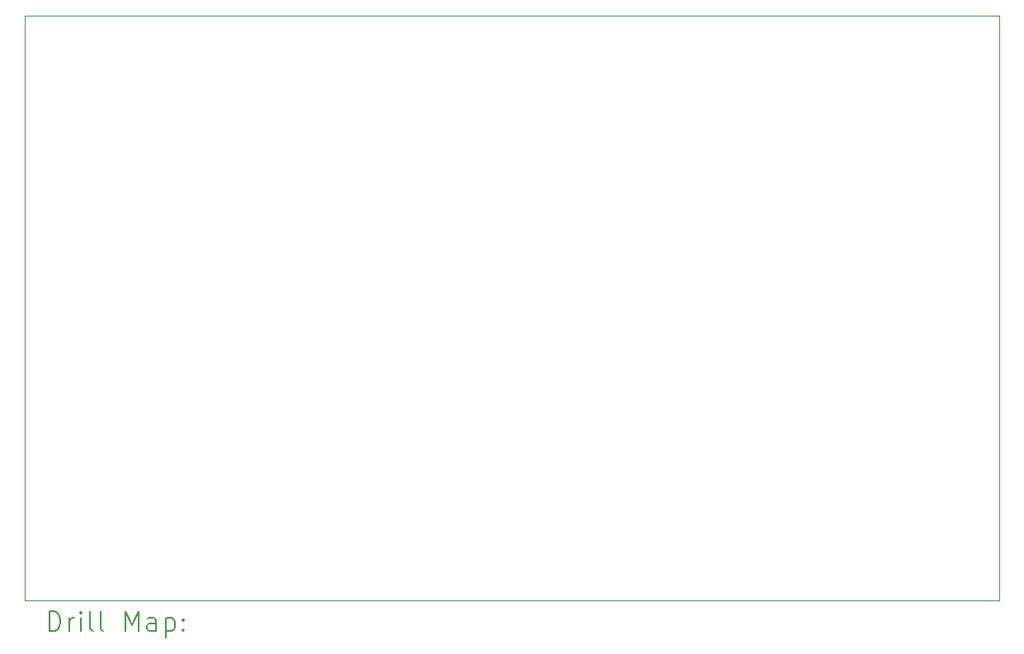
<source format=gbr>
%TF.GenerationSoftware,KiCad,Pcbnew,(6.0.7)*%
%TF.CreationDate,2023-01-15T16:15:48-05:00*%
%TF.ProjectId,timer,74696d65-722e-46b6-9963-61645f706362,rev?*%
%TF.SameCoordinates,Original*%
%TF.FileFunction,Drillmap*%
%TF.FilePolarity,Positive*%
%FSLAX45Y45*%
G04 Gerber Fmt 4.5, Leading zero omitted, Abs format (unit mm)*
G04 Created by KiCad (PCBNEW (6.0.7)) date 2023-01-15 16:15:48*
%MOMM*%
%LPD*%
G01*
G04 APERTURE LIST*
%ADD10C,0.100000*%
%ADD11C,0.200000*%
G04 APERTURE END LIST*
D10*
X11700000Y-5500000D02*
X21700000Y-5500000D01*
X21700000Y-5500000D02*
X21700000Y-11500000D01*
X21700000Y-11500000D02*
X11700000Y-11500000D01*
X11700000Y-11500000D02*
X11700000Y-5500000D01*
D11*
X11952619Y-11815476D02*
X11952619Y-11615476D01*
X12000238Y-11615476D01*
X12028809Y-11625000D01*
X12047857Y-11644048D01*
X12057381Y-11663095D01*
X12066905Y-11701190D01*
X12066905Y-11729762D01*
X12057381Y-11767857D01*
X12047857Y-11786905D01*
X12028809Y-11805952D01*
X12000238Y-11815476D01*
X11952619Y-11815476D01*
X12152619Y-11815476D02*
X12152619Y-11682143D01*
X12152619Y-11720238D02*
X12162143Y-11701190D01*
X12171667Y-11691667D01*
X12190714Y-11682143D01*
X12209762Y-11682143D01*
X12276428Y-11815476D02*
X12276428Y-11682143D01*
X12276428Y-11615476D02*
X12266905Y-11625000D01*
X12276428Y-11634524D01*
X12285952Y-11625000D01*
X12276428Y-11615476D01*
X12276428Y-11634524D01*
X12400238Y-11815476D02*
X12381190Y-11805952D01*
X12371667Y-11786905D01*
X12371667Y-11615476D01*
X12505000Y-11815476D02*
X12485952Y-11805952D01*
X12476428Y-11786905D01*
X12476428Y-11615476D01*
X12733571Y-11815476D02*
X12733571Y-11615476D01*
X12800238Y-11758333D01*
X12866905Y-11615476D01*
X12866905Y-11815476D01*
X13047857Y-11815476D02*
X13047857Y-11710714D01*
X13038333Y-11691667D01*
X13019286Y-11682143D01*
X12981190Y-11682143D01*
X12962143Y-11691667D01*
X13047857Y-11805952D02*
X13028809Y-11815476D01*
X12981190Y-11815476D01*
X12962143Y-11805952D01*
X12952619Y-11786905D01*
X12952619Y-11767857D01*
X12962143Y-11748809D01*
X12981190Y-11739286D01*
X13028809Y-11739286D01*
X13047857Y-11729762D01*
X13143095Y-11682143D02*
X13143095Y-11882143D01*
X13143095Y-11691667D02*
X13162143Y-11682143D01*
X13200238Y-11682143D01*
X13219286Y-11691667D01*
X13228809Y-11701190D01*
X13238333Y-11720238D01*
X13238333Y-11777381D01*
X13228809Y-11796428D01*
X13219286Y-11805952D01*
X13200238Y-11815476D01*
X13162143Y-11815476D01*
X13143095Y-11805952D01*
X13324048Y-11796428D02*
X13333571Y-11805952D01*
X13324048Y-11815476D01*
X13314524Y-11805952D01*
X13324048Y-11796428D01*
X13324048Y-11815476D01*
X13324048Y-11691667D02*
X13333571Y-11701190D01*
X13324048Y-11710714D01*
X13314524Y-11701190D01*
X13324048Y-11691667D01*
X13324048Y-11710714D01*
M02*

</source>
